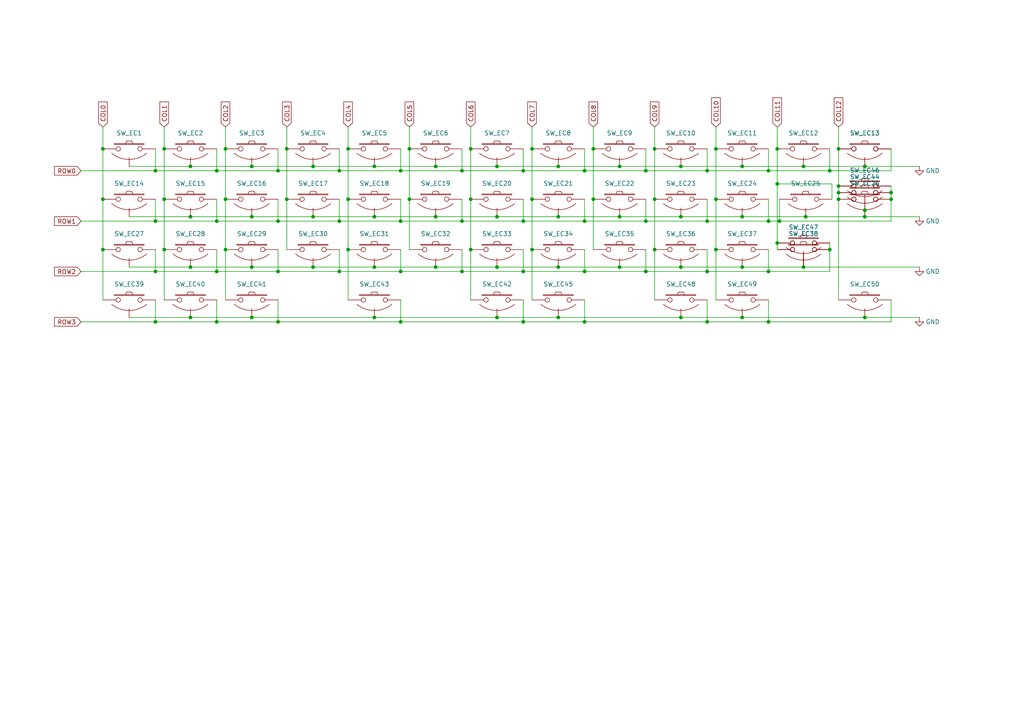
<source format=kicad_sch>
(kicad_sch (version 20230121) (generator eeschema)
  (paper "A4")
  (lib_symbols
    (symbol "cipulot_parts:EC_SW" (pin_numbers hide) (pin_names (offset 1.016) hide)
      (property "Reference" "SW" (at 3.81 2.794 0))
      (property "Value" "EC_SW" (at -3.81 3.81 0))
      (symbol "EC_SW_0_1"
        (arc (start -5.08 -1.27) (mid 0 -3.052) (end 5.08 -1.27))
        (rectangle (start -4.318 1.27) (end 4.318 1.524))
        (polyline (pts (xy -1.016 1.524) (xy -0.762 2.286) (xy 0.762 2.286) (xy 1.016 1.524)))
        (pin passive inverted (at -7.62 0 0) (length 5.08) (name "1") (number "1"))
        (pin passive inverted (at 7.62 0 180) (length 5.08) (name "2") (number "2"))
      )
      (symbol "EC_SW_1_1"
        (pin input line (at 0 -5.08 90) (length 2.54) (name "SG") (number "3"))
      )
    )
    (symbol "power:GND" (power) (pin_names (offset 0))
      (property "Value" "GND" (at 0 -3.81 0))
      (symbol "GND_0_1"
        (polyline (pts (xy 0 0) (xy 0 -1.27) (xy 1.27 -1.27) (xy 0 -2.54) (xy -1.27 -1.27) (xy 0 -1.27)))
      )
      (symbol "GND_1_1"
        (pin power_in line (at 0 0 270) (length 0) hide (name "GND") (number "1"))
      )
    )
  )
  (junction (at 179.705 62.865))
  (junction (at 136.525 57.785))
  (junction (at 222.885 78.74))
  (junction (at 179.705 77.47))
  (junction (at 80.645 49.53))
  (junction (at 55.245 92.075))
  (junction (at 187.325 78.74))
  (junction (at 62.865 78.74))
  (junction (at 73.025 62.865))
  (junction (at 197.485 77.47))
  (junction (at 98.425 78.74))
  (junction (at 45.085 49.53))
  (junction (at 151.765 93.345))
  (junction (at 233.68 62.865))
  (junction (at 126.365 77.47))
  (junction (at 80.645 93.345))
  (junction (at 73.025 77.47))
  (junction (at 133.985 78.74))
  (junction (at 243.205 55.88))
  (junction (at 100.965 57.785))
  (junction (at 205.105 49.53))
  (junction (at 116.205 78.74))
  (junction (at 29.845 43.18))
  (junction (at 65.405 43.18))
  (junction (at 29.845 57.785))
  (junction (at 100.965 43.18))
  (junction (at 126.365 62.865))
  (junction (at 73.025 48.26))
  (junction (at 108.585 92.075))
  (junction (at 62.865 93.345))
  (junction (at 154.305 57.785))
  (junction (at 45.085 93.345))
  (junction (at 118.745 57.785))
  (junction (at 116.205 49.53))
  (junction (at 116.205 93.345))
  (junction (at 187.325 64.135))
  (junction (at 233.045 48.26))
  (junction (at 144.145 48.26))
  (junction (at 136.525 43.18))
  (junction (at 161.925 62.865))
  (junction (at 151.765 78.74))
  (junction (at 197.485 92.075))
  (junction (at 225.425 53.34))
  (junction (at 172.085 57.785))
  (junction (at 100.965 72.39))
  (junction (at 83.185 57.785))
  (junction (at 136.525 72.39))
  (junction (at 154.305 72.39))
  (junction (at 118.745 43.18))
  (junction (at 62.865 49.53))
  (junction (at 65.405 72.39))
  (junction (at 83.185 43.18))
  (junction (at 215.265 92.075))
  (junction (at 207.645 72.39))
  (junction (at 108.585 62.865))
  (junction (at 179.705 48.26))
  (junction (at 161.925 48.26))
  (junction (at 90.805 48.26))
  (junction (at 205.105 93.345))
  (junction (at 250.825 92.075))
  (junction (at 133.985 49.53))
  (junction (at 222.885 49.53))
  (junction (at 169.545 78.74))
  (junction (at 154.305 43.18))
  (junction (at 144.145 62.865))
  (junction (at 243.205 57.785))
  (junction (at 258.445 55.88))
  (junction (at 250.825 48.26))
  (junction (at 80.645 78.74))
  (junction (at 151.765 64.135))
  (junction (at 47.625 57.785))
  (junction (at 133.985 64.135))
  (junction (at 225.425 70.485))
  (junction (at 169.545 49.53))
  (junction (at 243.205 53.975))
  (junction (at 215.265 77.47))
  (junction (at 169.545 64.135))
  (junction (at 233.045 77.47))
  (junction (at 90.805 77.47))
  (junction (at 205.105 78.74))
  (junction (at 207.645 43.18))
  (junction (at 108.585 77.47))
  (junction (at 47.625 43.18))
  (junction (at 45.085 64.135))
  (junction (at 258.445 57.785))
  (junction (at 62.865 64.135))
  (junction (at 151.765 49.53))
  (junction (at 161.925 77.47))
  (junction (at 144.145 92.075))
  (junction (at 189.865 72.39))
  (junction (at 207.645 57.785))
  (junction (at 47.625 72.39))
  (junction (at 144.145 77.47))
  (junction (at 55.245 48.26))
  (junction (at 116.205 64.135))
  (junction (at 126.365 48.26))
  (junction (at 90.805 62.865))
  (junction (at 65.405 57.785))
  (junction (at 55.245 77.47))
  (junction (at 197.485 62.865))
  (junction (at 73.025 92.075))
  (junction (at 205.105 64.135))
  (junction (at 222.885 93.345))
  (junction (at 187.325 49.53))
  (junction (at 215.265 48.26))
  (junction (at 45.085 78.74))
  (junction (at 250.825 62.865))
  (junction (at 55.245 62.865))
  (junction (at 172.085 43.18))
  (junction (at 98.425 49.53))
  (junction (at 222.885 64.135))
  (junction (at 161.925 92.075))
  (junction (at 215.265 62.865))
  (junction (at 189.865 57.785))
  (junction (at 226.06 64.135))
  (junction (at 98.425 64.135))
  (junction (at 243.205 43.18))
  (junction (at 225.425 43.18))
  (junction (at 240.665 72.39))
  (junction (at 80.645 64.135))
  (junction (at 197.485 48.26))
  (junction (at 169.545 93.345))
  (junction (at 240.665 49.53))
  (junction (at 189.865 43.18))
  (junction (at 108.585 48.26))
  (junction (at 29.845 72.39))
  (junction (at 250.825 60.96))
  (wire (pts (xy 83.185 72.39) (xy 83.185 57.785)))
  (wire (pts (xy 169.545 86.995) (xy 169.545 93.345)))
  (wire (pts (xy 222.885 86.995) (xy 222.885 93.345)))
  (wire (pts (xy 29.845 43.18) (xy 29.845 57.785)))
  (wire (pts (xy 154.305 36.83) (xy 154.305 43.18)))
  (wire (pts (xy 47.625 57.785) (xy 47.625 72.39)))
  (wire (pts (xy 98.425 43.18) (xy 98.425 49.53)))
  (wire (pts (xy 197.485 77.47) (xy 215.265 77.47)))
  (wire (pts (xy 108.585 77.47) (xy 126.365 77.47)))
  (wire (pts (xy 62.865 57.785) (xy 62.865 64.135)))
  (wire (pts (xy 243.205 53.975) (xy 243.205 55.88)))
  (wire (pts (xy 151.765 43.18) (xy 151.765 49.53)))
  (wire (pts (xy 240.665 72.39) (xy 240.665 78.74)))
  (wire (pts (xy 161.925 62.865) (xy 179.705 62.865)))
  (wire (pts (xy 151.765 57.785) (xy 151.765 64.135)))
  (wire (pts (xy 154.305 57.785) (xy 154.305 72.39)))
  (wire (pts (xy 258.445 55.88) (xy 258.445 57.785)))
  (wire (pts (xy 45.085 93.345) (xy 62.865 93.345)))
  (wire (pts (xy 62.865 64.135) (xy 80.645 64.135)))
  (wire (pts (xy 118.745 57.785) (xy 118.745 72.39)))
  (wire (pts (xy 100.965 43.18) (xy 100.965 57.785)))
  (wire (pts (xy 133.985 49.53) (xy 151.765 49.53)))
  (wire (pts (xy 29.845 72.39) (xy 29.845 86.995)))
  (wire (pts (xy 179.705 48.26) (xy 197.485 48.26)))
  (wire (pts (xy 205.105 93.345) (xy 222.885 93.345)))
  (wire (pts (xy 62.865 43.18) (xy 62.865 49.53)))
  (wire (pts (xy 83.185 43.18) (xy 83.185 57.785)))
  (wire (pts (xy 65.405 43.18) (xy 65.405 57.785)))
  (wire (pts (xy 225.425 70.485) (xy 225.425 72.39)))
  (wire (pts (xy 23.495 64.135) (xy 45.085 64.135)))
  (wire (pts (xy 126.365 62.865) (xy 144.145 62.865)))
  (wire (pts (xy 169.545 78.74) (xy 187.325 78.74)))
  (wire (pts (xy 100.965 36.83) (xy 100.965 43.18)))
  (wire (pts (xy 98.425 72.39) (xy 98.425 78.74)))
  (wire (pts (xy 80.645 93.345) (xy 116.205 93.345)))
  (wire (pts (xy 169.545 49.53) (xy 187.325 49.53)))
  (wire (pts (xy 80.645 64.135) (xy 98.425 64.135)))
  (wire (pts (xy 45.085 86.995) (xy 45.085 93.345)))
  (wire (pts (xy 151.765 78.74) (xy 169.545 78.74)))
  (wire (pts (xy 207.645 72.39) (xy 207.645 86.995)))
  (wire (pts (xy 205.105 64.135) (xy 222.885 64.135)))
  (wire (pts (xy 83.185 36.83) (xy 83.185 43.18)))
  (wire (pts (xy 62.865 93.345) (xy 80.645 93.345)))
  (wire (pts (xy 136.525 43.18) (xy 136.525 57.785)))
  (wire (pts (xy 187.325 64.135) (xy 205.105 64.135)))
  (wire (pts (xy 226.06 57.785) (xy 226.06 64.135)))
  (wire (pts (xy 133.985 64.135) (xy 151.765 64.135)))
  (wire (pts (xy 205.105 86.995) (xy 205.105 93.345)))
  (wire (pts (xy 23.495 49.53) (xy 45.085 49.53)))
  (wire (pts (xy 37.465 92.075) (xy 55.245 92.075)))
  (wire (pts (xy 73.025 77.47) (xy 90.805 77.47)))
  (wire (pts (xy 47.625 72.39) (xy 47.625 86.995)))
  (wire (pts (xy 187.325 78.74) (xy 205.105 78.74)))
  (wire (pts (xy 222.885 49.53) (xy 240.665 49.53)))
  (wire (pts (xy 116.205 78.74) (xy 133.985 78.74)))
  (wire (pts (xy 240.665 70.485) (xy 240.665 72.39)))
  (wire (pts (xy 258.445 86.995) (xy 258.445 93.345)))
  (wire (pts (xy 225.425 53.34) (xy 225.425 70.485)))
  (wire (pts (xy 161.925 92.075) (xy 197.485 92.075)))
  (wire (pts (xy 233.045 77.47) (xy 266.7 77.47)))
  (wire (pts (xy 222.885 64.135) (xy 226.06 64.135)))
  (wire (pts (xy 151.765 93.345) (xy 169.545 93.345)))
  (wire (pts (xy 45.085 78.74) (xy 62.865 78.74)))
  (wire (pts (xy 47.625 36.83) (xy 47.625 43.18)))
  (wire (pts (xy 80.645 57.785) (xy 80.645 64.135)))
  (wire (pts (xy 116.205 49.53) (xy 133.985 49.53)))
  (wire (pts (xy 144.145 77.47) (xy 161.925 77.47)))
  (wire (pts (xy 116.205 86.995) (xy 116.205 93.345)))
  (wire (pts (xy 187.325 57.785) (xy 187.325 64.135)))
  (wire (pts (xy 55.245 77.47) (xy 73.025 77.47)))
  (wire (pts (xy 169.545 43.18) (xy 169.545 49.53)))
  (wire (pts (xy 144.145 62.865) (xy 161.925 62.865)))
  (wire (pts (xy 98.425 78.74) (xy 116.205 78.74)))
  (wire (pts (xy 144.145 48.26) (xy 161.925 48.26)))
  (wire (pts (xy 55.245 92.075) (xy 73.025 92.075)))
  (wire (pts (xy 225.425 43.18) (xy 225.425 53.34)))
  (wire (pts (xy 169.545 72.39) (xy 169.545 78.74)))
  (wire (pts (xy 98.425 49.53) (xy 116.205 49.53)))
  (wire (pts (xy 233.68 62.865) (xy 250.825 62.865)))
  (wire (pts (xy 205.105 78.74) (xy 222.885 78.74)))
  (wire (pts (xy 47.625 43.18) (xy 47.625 57.785)))
  (wire (pts (xy 55.245 48.26) (xy 73.025 48.26)))
  (wire (pts (xy 23.495 78.74) (xy 45.085 78.74)))
  (wire (pts (xy 225.425 36.83) (xy 225.425 43.18)))
  (wire (pts (xy 90.805 62.865) (xy 108.585 62.865)))
  (wire (pts (xy 73.025 92.075) (xy 108.585 92.075)))
  (wire (pts (xy 108.585 48.26) (xy 126.365 48.26)))
  (wire (pts (xy 189.865 43.18) (xy 189.865 57.785)))
  (wire (pts (xy 222.885 43.18) (xy 222.885 49.53)))
  (wire (pts (xy 187.325 43.18) (xy 187.325 49.53)))
  (wire (pts (xy 205.105 43.18) (xy 205.105 49.53)))
  (wire (pts (xy 90.805 48.26) (xy 108.585 48.26)))
  (wire (pts (xy 207.645 43.18) (xy 207.645 57.785)))
  (wire (pts (xy 45.085 49.53) (xy 62.865 49.53)))
  (wire (pts (xy 207.645 57.785) (xy 207.645 72.39)))
  (wire (pts (xy 136.525 72.39) (xy 136.525 86.995)))
  (wire (pts (xy 222.885 78.74) (xy 240.665 78.74)))
  (wire (pts (xy 222.885 72.39) (xy 222.885 78.74)))
  (wire (pts (xy 116.205 93.345) (xy 151.765 93.345)))
  (wire (pts (xy 215.265 62.865) (xy 233.68 62.865)))
  (wire (pts (xy 243.205 43.18) (xy 243.205 53.975)))
  (wire (pts (xy 154.305 72.39) (xy 154.305 86.995)))
  (wire (pts (xy 116.205 64.135) (xy 133.985 64.135)))
  (wire (pts (xy 172.085 57.785) (xy 172.085 72.39)))
  (wire (pts (xy 100.965 57.785) (xy 100.965 72.39)))
  (wire (pts (xy 225.425 53.34) (xy 241.3 53.34)))
  (wire (pts (xy 151.765 72.39) (xy 151.765 78.74)))
  (wire (pts (xy 240.665 43.18) (xy 240.665 49.53)))
  (wire (pts (xy 118.745 36.83) (xy 118.745 43.18)))
  (wire (pts (xy 116.205 57.785) (xy 116.205 64.135)))
  (wire (pts (xy 108.585 92.075) (xy 144.145 92.075)))
  (wire (pts (xy 207.645 36.83) (xy 207.645 43.18)))
  (wire (pts (xy 187.325 49.53) (xy 205.105 49.53)))
  (wire (pts (xy 222.885 57.785) (xy 222.885 64.135)))
  (wire (pts (xy 240.665 49.53) (xy 258.445 49.53)))
  (wire (pts (xy 45.085 64.135) (xy 62.865 64.135)))
  (wire (pts (xy 73.025 48.26) (xy 90.805 48.26)))
  (wire (pts (xy 45.085 72.39) (xy 45.085 78.74)))
  (wire (pts (xy 258.445 43.18) (xy 258.445 49.53)))
  (wire (pts (xy 62.865 72.39) (xy 62.865 78.74)))
  (wire (pts (xy 144.145 92.075) (xy 161.925 92.075)))
  (wire (pts (xy 250.825 60.96) (xy 250.825 62.865)))
  (wire (pts (xy 197.485 62.865) (xy 215.265 62.865)))
  (wire (pts (xy 62.865 49.53) (xy 80.645 49.53)))
  (wire (pts (xy 169.545 64.135) (xy 187.325 64.135)))
  (wire (pts (xy 189.865 57.785) (xy 189.865 72.39)))
  (wire (pts (xy 133.985 57.785) (xy 133.985 64.135)))
  (wire (pts (xy 233.045 75.565) (xy 233.045 77.47)))
  (wire (pts (xy 243.205 36.83) (xy 243.205 43.18)))
  (wire (pts (xy 233.045 48.26) (xy 250.825 48.26)))
  (wire (pts (xy 62.865 78.74) (xy 80.645 78.74)))
  (wire (pts (xy 136.525 57.785) (xy 136.525 72.39)))
  (wire (pts (xy 205.105 72.39) (xy 205.105 78.74)))
  (wire (pts (xy 243.205 55.88) (xy 243.205 57.785)))
  (wire (pts (xy 116.205 43.18) (xy 116.205 49.53)))
  (wire (pts (xy 189.865 36.83) (xy 189.865 43.18)))
  (wire (pts (xy 250.825 62.865) (xy 266.7 62.865)))
  (wire (pts (xy 187.325 72.39) (xy 187.325 78.74)))
  (wire (pts (xy 241.3 53.34) (xy 241.3 57.785)))
  (wire (pts (xy 65.405 72.39) (xy 65.405 86.995)))
  (wire (pts (xy 29.845 57.785) (xy 29.845 72.39)))
  (wire (pts (xy 65.405 57.785) (xy 65.405 72.39)))
  (wire (pts (xy 65.405 36.83) (xy 65.405 43.18)))
  (wire (pts (xy 250.825 48.26) (xy 266.7 48.26)))
  (wire (pts (xy 258.445 53.975) (xy 258.445 55.88)))
  (wire (pts (xy 222.885 93.345) (xy 258.445 93.345)))
  (wire (pts (xy 169.545 93.345) (xy 205.105 93.345)))
  (wire (pts (xy 45.085 43.18) (xy 45.085 49.53)))
  (wire (pts (xy 197.485 92.075) (xy 215.265 92.075)))
  (wire (pts (xy 169.545 57.785) (xy 169.545 64.135)))
  (wire (pts (xy 80.645 86.995) (xy 80.645 93.345)))
  (wire (pts (xy 37.465 77.47) (xy 55.245 77.47)))
  (wire (pts (xy 98.425 64.135) (xy 116.205 64.135)))
  (wire (pts (xy 189.865 72.39) (xy 189.865 86.995)))
  (wire (pts (xy 90.805 77.47) (xy 108.585 77.47)))
  (wire (pts (xy 126.365 77.47) (xy 144.145 77.47)))
  (wire (pts (xy 179.705 62.865) (xy 197.485 62.865)))
  (wire (pts (xy 133.985 43.18) (xy 133.985 49.53)))
  (wire (pts (xy 215.265 77.47) (xy 233.045 77.47)))
  (wire (pts (xy 250.825 92.075) (xy 266.7 92.075)))
  (wire (pts (xy 215.265 92.075) (xy 250.825 92.075)))
  (wire (pts (xy 108.585 62.865) (xy 126.365 62.865)))
  (wire (pts (xy 62.865 86.995) (xy 62.865 93.345)))
  (wire (pts (xy 215.265 48.26) (xy 233.045 48.26)))
  (wire (pts (xy 161.925 77.47) (xy 179.705 77.47)))
  (wire (pts (xy 80.645 43.18) (xy 80.645 49.53)))
  (wire (pts (xy 80.645 49.53) (xy 98.425 49.53)))
  (wire (pts (xy 98.425 57.785) (xy 98.425 64.135)))
  (wire (pts (xy 23.495 93.345) (xy 45.085 93.345)))
  (wire (pts (xy 55.245 62.865) (xy 73.025 62.865)))
  (wire (pts (xy 226.06 64.135) (xy 258.445 64.135)))
  (wire (pts (xy 100.965 72.39) (xy 100.965 86.995)))
  (wire (pts (xy 118.745 43.18) (xy 118.745 57.785)))
  (wire (pts (xy 258.445 57.785) (xy 258.445 64.135)))
  (wire (pts (xy 73.025 62.865) (xy 90.805 62.865)))
  (wire (pts (xy 243.205 57.785) (xy 243.205 86.995)))
  (wire (pts (xy 197.485 48.26) (xy 215.265 48.26)))
  (wire (pts (xy 116.205 72.39) (xy 116.205 78.74)))
  (wire (pts (xy 161.925 48.26) (xy 179.705 48.26)))
  (wire (pts (xy 126.365 48.26) (xy 144.145 48.26)))
  (wire (pts (xy 133.985 72.39) (xy 133.985 78.74)))
  (wire (pts (xy 45.085 57.785) (xy 45.085 64.135)))
  (wire (pts (xy 151.765 49.53) (xy 169.545 49.53)))
  (wire (pts (xy 205.105 57.785) (xy 205.105 64.135)))
  (wire (pts (xy 205.105 49.53) (xy 222.885 49.53)))
  (wire (pts (xy 37.465 62.865) (xy 55.245 62.865)))
  (wire (pts (xy 136.525 36.83) (xy 136.525 43.18)))
  (wire (pts (xy 172.085 36.83) (xy 172.085 43.18)))
  (wire (pts (xy 250.825 59.055) (xy 250.825 60.96)))
  (wire (pts (xy 154.305 43.18) (xy 154.305 57.785)))
  (wire (pts (xy 133.985 78.74) (xy 151.765 78.74)))
  (wire (pts (xy 172.085 43.18) (xy 172.085 57.785)))
  (wire (pts (xy 80.645 72.39) (xy 80.645 78.74)))
  (wire (pts (xy 179.705 77.47) (xy 197.485 77.47)))
  (wire (pts (xy 151.765 64.135) (xy 169.545 64.135)))
  (wire (pts (xy 80.645 78.74) (xy 98.425 78.74)))
  (wire (pts (xy 151.765 86.995) (xy 151.765 93.345)))
  (wire (pts (xy 29.845 36.83) (xy 29.845 43.18)))
  (wire (pts (xy 37.465 48.26) (xy 55.245 48.26)))
  (global_label "COL11" (shape input) (at 225.425 36.83 90) (property "Intersheetrefs" "${INTERSHEET_REFS}" (effects hide)))
  (global_label "COL4" (shape input) (at 100.965 36.83 90) (property "Intersheetrefs" "${INTERSHEET_REFS}" (effects hide)))
  (global_label "ROW3" (shape input) (at 23.495 93.345 180) (property "Intersheetrefs" "${INTERSHEET_REFS}" (effects hide)))
  (global_label "ROW2" (shape input) (at 23.495 78.74 180) (property "Intersheetrefs" "${INTERSHEET_REFS}" (effects hide)))
  (global_label "COL10" (shape input) (at 207.645 36.83 90) (property "Intersheetrefs" "${INTERSHEET_REFS}" (effects hide)))
  (global_label "COL2" (shape input) (at 65.405 36.83 90) (property "Intersheetrefs" "${INTERSHEET_REFS}" (effects hide)))
  (global_label "COL7" (shape input) (at 154.305 36.83 90) (property "Intersheetrefs" "${INTERSHEET_REFS}" (effects hide)))
  (global_label "COL3" (shape input) (at 83.185 36.83 90) (property "Intersheetrefs" "${INTERSHEET_REFS}" (effects hide)))
  (global_label "COL6" (shape input) (at 136.525 36.83 90) (property "Intersheetrefs" "${INTERSHEET_REFS}" (effects hide)))
  (global_label "COL9" (shape input) (at 189.865 36.83 90) (property "Intersheetrefs" "${INTERSHEET_REFS}" (effects hide)))
  (global_label "COL5" (shape input) (at 118.745 36.83 90) (property "Intersheetrefs" "${INTERSHEET_REFS}" (effects hide)))
  (global_label "ROW1" (shape input) (at 23.495 64.135 180) (property "Intersheetrefs" "${INTERSHEET_REFS}" (effects hide)))
  (global_label "COL8" (shape input) (at 172.085 36.83 90) (property "Intersheetrefs" "${INTERSHEET_REFS}" (effects hide)))
  (global_label "ROW0" (shape input) (at 23.495 49.53 180) (property "Intersheetrefs" "${INTERSHEET_REFS}" (effects hide)))
  (global_label "COL0" (shape input) (at 29.845 36.83 90) (property "Intersheetrefs" "${INTERSHEET_REFS}" (effects hide)))
  (global_label "COL12" (shape input) (at 243.205 36.83 90) (property "Intersheetrefs" "${INTERSHEET_REFS}" (effects hide)))
  (global_label "COL1" (shape input) (at 47.625 36.83 90) (property "Intersheetrefs" "${INTERSHEET_REFS}" (effects hide)))
  (symbol (lib_id "cipulot_parts:EC_SW") (at 73.025 86.995 0) (unit 1)
    (property "Reference" "SW_EC41" (at 73.025 82.423 0))
    (property "Value" "Topre" (effects hide))
    (property "Footprint" "cipulot_parts:ecs_pad_1U_no_ring" (effects hide))
    (instances (project "ampersand" (path "" (reference "SW_EC41") (unit 1))) (project "forti EC" (path "" (reference "SW_EC3") (unit 1))))
  )
  (symbol (lib_id "power:GND") (at 266.7 62.865 0) (unit 1)
    (property "Reference" "#PWR02" (effects hide))
    (property "Value" "GND" (at 270.51 64.135 0))
    (instances (project "ampersand" (path "" (reference "#PWR02") (unit 1))) (project "forti EC" (path "" (reference "#PWR014") (unit 1))))
  )
  (symbol (lib_id "cipulot_parts:EC_SW") (at 90.805 57.785 0) (unit 1)
    (property "Reference" "SW_EC17" (at 90.805 53.213 0))
    (property "Value" "Topre" (effects hide))
    (property "Footprint" "cipulot_parts:ecs_pad_1U_no_ring" (effects hide))
    (instances (project "ampersand" (path "" (reference "SW_EC17") (unit 1))) (project "forti EC" (path "" (reference "SW_EC4") (unit 1))))
  )
  (symbol (lib_id "cipulot_parts:EC_SW") (at 126.365 57.785 0) (unit 1)
    (property "Reference" "SW_EC19" (at 126.365 53.213 0))
    (property "Value" "Topre" (effects hide))
    (property "Footprint" "cipulot_parts:ecs_pad_1U_no_ring" (effects hide))
    (instances (project "ampersand" (path "" (reference "SW_EC19") (unit 1))) (project "forti EC" (path "" (reference "SW_EC6") (unit 1))))
  )
  (symbol (lib_id "cipulot_parts:EC_SW") (at 215.265 86.995 0) (unit 1)
    (property "Reference" "SW_EC49" (at 215.265 82.423 0))
    (property "Value" "Topre" (effects hide))
    (property "Footprint" "cipulot_parts:ecs_pad_no_ring_stepped&normal_cut" (effects hide))
    (instances (project "ampersand" (path "" (reference "SW_EC49") (unit 1))) (project "forti EC" (path "" (reference "SW_EC11") (unit 1))))
  )
  (symbol (lib_id "cipulot_parts:EC_SW") (at 250.825 55.88 0) (unit 1)
    (property "Reference" "SW_EC44" (at 250.825 51.308 0))
    (property "Value" "Topre" (effects hide))
    (property "Footprint" "cipulot_parts:ecs_pad_1U_no_ring" (effects hide))
    (instances (project "ampersand" (path "" (reference "SW_EC44") (unit 1))) (project "forti EC" (path "" (reference "SW_EC12") (unit 1))))
  )
  (symbol (lib_id "cipulot_parts:EC_SW") (at 215.265 72.39 0) (unit 1)
    (property "Reference" "SW_EC37" (at 215.265 67.818 0))
    (property "Value" "Topre" (effects hide))
    (property "Footprint" "cipulot_parts:ecs_pad_1U_no_ring" (effects hide))
    (instances (project "ampersand" (path "" (reference "SW_EC37") (unit 1))) (project "forti EC" (path "" (reference "SW_EC11") (unit 1))))
  )
  (symbol (lib_id "cipulot_parts:EC_SW") (at 161.925 86.995 0) (unit 1)
    (property "Reference" "SW_EC45" (at 161.925 82.423 0))
    (property "Value" "Topre" (effects hide))
    (property "Footprint" "cipulot_parts:ecs_pad_1U_no_ring" (effects hide))
    (instances (project "ampersand" (path "" (reference "SW_EC45") (unit 1))) (project "forti EC" (path "" (reference "SW_EC7") (unit 1))))
  )
  (symbol (lib_id "cipulot_parts:EC_SW") (at 197.485 72.39 0) (unit 1)
    (property "Reference" "SW_EC36" (at 197.485 67.818 0))
    (property "Value" "Topre" (effects hide))
    (property "Footprint" "cipulot_parts:ecs_pad_1U_no_ring" (effects hide))
    (instances (project "ampersand" (path "" (reference "SW_EC36") (unit 1))) (project "forti EC" (path "" (reference "SW_EC10") (unit 1))))
  )
  (symbol (lib_id "cipulot_parts:EC_SW") (at 233.68 57.785 0) (unit 1)
    (property "Reference" "SW_EC25" (at 233.68 53.213 0))
    (property "Value" "Topre" (effects hide))
    (property "Footprint" "cipulot_parts:ecs_pad_1U_no_ring_1u_edge_cut" (effects hide))
    (instances (project "ampersand" (path "" (reference "SW_EC25") (unit 1))) (project "forti EC" (path "" (reference "SW_EC12") (unit 1))))
  )
  (symbol (lib_id "cipulot_parts:EC_SW") (at 126.365 43.18 0) (unit 1)
    (property "Reference" "SW_EC6" (at 126.365 38.608 0))
    (property "Value" "Topre" (effects hide))
    (property "Footprint" "cipulot_parts:ecs_pad_1U_no_ring" (effects hide))
  )
  (symbol (lib_id "cipulot_parts:EC_SW") (at 108.585 72.39 0) (unit 1)
    (property "Reference" "SW_EC31" (at 108.585 67.818 0))
    (property "Value" "Topre" (effects hide))
    (property "Footprint" "cipulot_parts:ecs_pad_1U_no_ring" (effects hide))
    (instances (project "ampersand" (path "" (reference "SW_EC31") (unit 1))) (project "forti EC" (path "" (reference "SW_EC5") (unit 1))))
  )
  (symbol (lib_id "cipulot_parts:EC_SW") (at 197.485 43.18 0) (unit 1)
    (property "Reference" "SW_EC10" (at 197.485 38.608 0))
    (property "Value" "Topre" (effects hide))
    (property "Footprint" "cipulot_parts:ecs_pad_1U_no_ring" (effects hide))
  )
  (symbol (lib_id "cipulot_parts:EC_SW") (at 144.145 72.39 0) (unit 1)
    (property "Reference" "SW_EC33" (at 144.145 67.818 0))
    (property "Value" "Topre" (effects hide))
    (property "Footprint" "cipulot_parts:ecs_pad_1U_no_ring" (effects hide))
    (instances (project "ampersand" (path "" (reference "SW_EC33") (unit 1))) (project "forti EC" (path "" (reference "SW_EC7") (unit 1))))
  )
  (symbol (lib_id "cipulot_parts:EC_SW") (at 233.045 43.18 0) (unit 1)
    (property "Reference" "SW_EC12" (at 233.045 38.608 0))
    (property "Value" "Topre" (effects hide))
    (property "Footprint" "cipulot_parts:ecs_pad_1U_no_ring" (effects hide))
  )
  (symbol (lib_id "cipulot_parts:EC_SW") (at 144.145 57.785 0) (unit 1)
    (property "Reference" "SW_EC20" (at 144.145 53.213 0))
    (property "Value" "Topre" (effects hide))
    (property "Footprint" "cipulot_parts:ecs_pad_1U_no_ring" (effects hide))
    (instances (project "ampersand" (path "" (reference "SW_EC20") (unit 1))) (project "forti EC" (path "" (reference "SW_EC7") (unit 1))))
  )
  (symbol (lib_id "cipulot_parts:EC_SW") (at 179.705 43.18 0) (unit 1)
    (property "Reference" "SW_EC9" (at 179.705 38.608 0))
    (property "Value" "Topre" (effects hide))
    (property "Footprint" "cipulot_parts:ecs_pad_1U_no_ring" (effects hide))
  )
  (symbol (lib_id "cipulot_parts:EC_SW") (at 233.045 70.485 0) (unit 1)
    (property "Reference" "SW_EC47" (at 233.045 65.913 0))
    (property "Value" "Topre" (effects hide))
    (property "Footprint" "cipulot_parts:ecs_pad_1U_no_ring" (effects hide))
    (instances (project "ampersand" (path "" (reference "SW_EC47") (unit 1))) (project "forti EC" (path "" (reference "SW_EC12") (unit 1))))
  )
  (symbol (lib_id "cipulot_parts:EC_SW") (at 55.245 86.995 0) (unit 1)
    (property "Reference" "SW_EC40" (at 55.245 82.423 0))
    (property "Value" "Topre" (effects hide))
    (property "Footprint" "cipulot_parts:ecs_pad_no_ring_stepped&normal_cut" (effects hide))
    (instances (project "ampersand" (path "" (reference "SW_EC40") (unit 1))) (project "forti EC" (path "" (reference "SW_EC2") (unit 1))))
  )
  (symbol (lib_id "cipulot_parts:EC_SW") (at 37.465 86.995 0) (unit 1)
    (property "Reference" "SW_EC39" (at 37.465 82.423 0))
    (property "Value" "Topre" (effects hide))
    (property "Footprint" "cipulot_parts:ecs_pad_1U_no_ring" (effects hide))
    (instances (project "ampersand" (path "" (reference "SW_EC39") (unit 1))) (project "forti EC" (path "" (reference "SW_EC1") (unit 1))))
  )
  (symbol (lib_id "cipulot_parts:EC_SW") (at 108.585 43.18 0) (unit 1)
    (property "Reference" "SW_EC5" (at 108.585 38.608 0))
    (property "Value" "Topre" (effects hide))
    (property "Footprint" "cipulot_parts:ecs_pad_1U_no_ring" (effects hide))
  )
  (symbol (lib_id "cipulot_parts:EC_SW") (at 250.825 86.995 0) (unit 1)
    (property "Reference" "SW_EC50" (at 250.825 82.423 0))
    (property "Value" "Topre" (effects hide))
    (property "Footprint" "cipulot_parts:ecs_pad_1U_no_ring" (effects hide))
    (instances (project "ampersand" (path "" (reference "SW_EC50") (unit 1))) (project "forti EC" (path "" (reference "SW_EC12") (unit 1))))
  )
  (symbol (lib_id "cipulot_parts:EC_SW") (at 55.245 57.785 0) (unit 1)
    (property "Reference" "SW_EC15" (at 55.245 53.213 0))
    (property "Value" "Topre" (effects hide))
    (property "Footprint" "cipulot_parts:ecs_pad_1U_no_ring" (effects hide))
    (instances (project "ampersand" (path "" (reference "SW_EC15") (unit 1))) (project "forti EC" (path "" (reference "SW_EC2") (unit 1))))
  )
  (symbol (lib_id "cipulot_parts:EC_SW") (at 108.585 86.995 0) (unit 1)
    (property "Reference" "SW_EC43" (at 108.585 82.423 0))
    (property "Value" "Topre" (effects hide))
    (property "Footprint" "cipulot_parts:ecs_pad_1U_no_ring" (effects hide))
    (instances (project "ampersand" (path "" (reference "SW_EC43") (unit 1))) (project "forti EC" (path "" (reference "SW_EC5") (unit 1))))
  )
  (symbol (lib_id "cipulot_parts:EC_SW") (at 73.025 72.39 0) (unit 1)
    (property "Reference" "SW_EC29" (at 73.025 67.818 0))
    (property "Value" "Topre" (effects hide))
    (property "Footprint" "cipulot_parts:ecs_pad_1U_no_ring" (effects hide))
    (instances (project "ampersand" (path "" (reference "SW_EC29") (unit 1))) (project "forti EC" (path "" (reference "SW_EC3") (unit 1))))
  )
  (symbol (lib_id "cipulot_parts:EC_SW") (at 90.805 72.39 0) (unit 1)
    (property "Reference" "SW_EC30" (at 90.805 67.818 0))
    (property "Value" "Topre" (effects hide))
    (property "Footprint" "cipulot_parts:ecs_pad_1U_no_ring" (effects hide))
    (instances (project "ampersand" (path "" (reference "SW_EC30") (unit 1))) (project "forti EC" (path "" (reference "SW_EC4") (unit 1))))
  )
  (symbol (lib_id "cipulot_parts:EC_SW") (at 108.585 57.785 0) (unit 1)
    (property "Reference" "SW_EC18" (at 108.585 53.213 0))
    (property "Value" "Topre" (effects hide))
    (property "Footprint" "cipulot_parts:ecs_pad_1U_no_ring" (effects hide))
    (instances (project "ampersand" (path "" (reference "SW_EC18") (unit 1))) (project "forti EC" (path "" (reference "SW_EC5") (unit 1))))
  )
  (symbol (lib_id "cipulot_parts:EC_SW") (at 55.245 43.18 0) (unit 1)
    (property "Reference" "SW_EC2" (at 55.245 38.608 0))
    (property "Value" "Topre" (effects hide))
    (property "Footprint" "cipulot_parts:ecs_pad_1U_no_ring" (effects hide))
  )
  (symbol (lib_id "cipulot_parts:EC_SW") (at 197.485 57.785 0) (unit 1)
    (property "Reference" "SW_EC23" (at 197.485 53.213 0))
    (property "Value" "Topre" (effects hide))
    (property "Footprint" "cipulot_parts:ecs_pad_1U_no_ring" (effects hide))
    (instances (project "ampersand" (path "" (reference "SW_EC23") (unit 1))) (project "forti EC" (path "" (reference "SW_EC10") (unit 1))))
  )
  (symbol (lib_id "cipulot_parts:EC_SW") (at 73.025 43.18 0) (unit 1)
    (property "Reference" "SW_EC3" (at 73.025 38.608 0))
    (property "Value" "Topre" (effects hide))
    (property "Footprint" "cipulot_parts:ecs_pad_1U_no_ring" (effects hide))
  )
  (symbol (lib_id "cipulot_parts:EC_SW") (at 179.705 57.785 0) (unit 1)
    (property "Reference" "SW_EC22" (at 179.705 53.213 0))
    (property "Value" "Topre" (effects hide))
    (property "Footprint" "cipulot_parts:ecs_pad_1U_no_ring" (effects hide))
    (instances (project "ampersand" (path "" (reference "SW_EC22") (unit 1))) (project "forti EC" (path "" (reference "SW_EC9") (unit 1))))
  )
  (symbol (lib_id "cipulot_parts:EC_SW") (at 233.045 72.39 0) (unit 1)
    (property "Reference" "SW_EC38" (at 233.045 67.818 0))
    (property "Value" "Topre" (effects hide))
    (property "Footprint" "cipulot_parts:ecs_pad_1U_no_ring" (effects hide))
    (instances (project "ampersand" (path "" (reference "SW_EC38") (unit 1))) (project "forti EC" (path "" (reference "SW_EC12") (unit 1))))
  )
  (symbol (lib_id "cipulot_parts:EC_SW") (at 55.245 72.39 0) (unit 1)
    (property "Reference" "SW_EC28" (at 55.245 67.818 0))
    (property "Value" "Topre" (effects hide))
    (property "Footprint" "cipulot_parts:ecs_pad_1U_no_ring" (effects hide))
    (instances (project "ampersand" (path "" (reference "SW_EC28") (unit 1))) (project "forti EC" (path "" (reference "SW_EC2") (unit 1))))
  )
  (symbol (lib_id "power:GND") (at 266.7 48.26 0) (unit 1)
    (property "Reference" "#PWR01" (effects hide))
    (property "Value" "GND" (at 270.51 49.53 0))
    (instances (project "ampersand" (path "" (reference "#PWR01") (unit 1))) (project "forti EC" (path "" (reference "#PWR014") (unit 1))))
  )
  (symbol (lib_id "cipulot_parts:EC_SW") (at 37.465 57.785 0) (unit 1)
    (property "Reference" "SW_EC14" (at 37.465 53.213 0))
    (property "Value" "Topre" (effects hide))
    (property "Footprint" "cipulot_parts:ecs_pad_1U_no_ring" (effects hide))
    (instances (project "ampersand" (path "" (reference "SW_EC14") (unit 1))) (project "forti EC" (path "" (reference "SW_EC1") (unit 1))))
  )
  (symbol (lib_id "cipulot_parts:EC_SW") (at 161.925 43.18 0) (unit 1)
    (property "Reference" "SW_EC8" (at 161.925 38.608 0))
    (property "Value" "Topre" (effects hide))
    (property "Footprint" "cipulot_parts:ecs_pad_1U_no_ring" (effects hide))
  )
  (symbol (lib_id "cipulot_parts:EC_SW") (at 197.485 86.995 0) (unit 1)
    (property "Reference" "SW_EC48" (at 197.485 82.423 0))
    (property "Value" "Topre" (effects hide))
    (property "Footprint" "cipulot_parts:ecs_pad_1U_no_ring" (effects hide))
    (instances (project "ampersand" (path "" (reference "SW_EC48") (unit 1))) (project "forti EC" (path "" (reference "SW_EC10") (unit 1))))
  )
  (symbol (lib_id "cipulot_parts:EC_SW") (at 179.705 72.39 0) (unit 1)
    (property "Reference" "SW_EC35" (at 179.705 67.818 0))
    (property "Value" "Topre" (effects hide))
    (property "Footprint" "cipulot_parts:ecs_pad_1U_no_ring" (effects hide))
    (instances (project "ampersand" (path "" (reference "SW_EC35") (unit 1))) (project "forti EC" (path "" (reference "SW_EC9") (unit 1))))
  )
  (symbol (lib_id "cipulot_parts:EC_SW") (at 250.825 43.18 0) (unit 1)
    (property "Reference" "SW_EC13" (at 250.825 38.608 0))
    (property "Value" "Topre" (effects hide))
    (property "Footprint" "cipulot_parts:ecs_pad_1U_no_ring" (effects hide))
    (instances (project "ampersand" (path "" (reference "SW_EC13") (unit 1))) (project "forti EC" (path "" (reference "SW_EC12") (unit 1))))
  )
  (symbol (lib_id "cipulot_parts:EC_SW") (at 144.145 43.18 0) (unit 1)
    (property "Reference" "SW_EC7" (at 144.145 38.608 0))
    (property "Value" "Topre" (effects hide))
    (property "Footprint" "cipulot_parts:ecs_pad_1U_no_ring" (effects hide))
  )
  (symbol (lib_id "cipulot_parts:EC_SW") (at 144.145 86.995 0) (unit 1)
    (property "Reference" "SW_EC42" (at 144.145 82.423 0))
    (property "Value" "Topre" (effects hide))
    (property "Footprint" "cipulot_parts:ecs_pad_1U_no_ring" (effects hide))
    (instances (project "ampersand" (path "" (reference "SW_EC42") (unit 1))) (project "forti EC" (path "" (reference "SW_EC6") (unit 1))))
  )
  (symbol (lib_id "cipulot_parts:EC_SW") (at 161.925 57.785 0) (unit 1)
    (property "Reference" "SW_EC21" (at 161.925 53.213 0))
    (property "Value" "Topre" (effects hide))
    (property "Footprint" "cipulot_parts:ecs_pad_1U_no_ring" (effects hide))
    (instances (project "ampersand" (path "" (reference "SW_EC21") (unit 1))) (project "forti EC" (path "" (reference "SW_EC8") (unit 1))))
  )
  (symbol (lib_id "cipulot_parts:EC_SW") (at 126.365 72.39 0) (unit 1)
    (property "Reference" "SW_EC32" (at 126.365 67.818 0))
    (property "Value" "Topre" (effects hide))
    (property "Footprint" "cipulot_parts:ecs_pad_1U_no_ring" (effects hide))
    (instances (project "ampersand" (path "" (reference "SW_EC32") (unit 1))) (project "forti EC" (path "" (reference "SW_EC6") (unit 1))))
  )
  (symbol (lib_id "cipulot_parts:EC_SW") (at 250.825 53.975 0) (unit 1)
    (property "Reference" "SW_EC46" (at 250.825 49.403 0))
    (property "Value" "Topre" (effects hide))
    (property "Footprint" "cipulot_parts:ecs_pad_1U_no_ring_1u_edge_cut" (effects hide))
    (instances (project "ampersand" (path "" (reference "SW_EC46") (unit 1))) (project "forti EC" (path "" (reference "SW_EC12") (unit 1))))
  )
  (symbol (lib_id "power:GND") (at 266.7 77.47 0) (unit 1)
    (property "Reference" "#PWR03" (effects hide))
    (property "Value" "GND" (at 270.51 78.74 0))
    (instances (project "ampersand" (path "" (reference "#PWR03") (unit 1))) (project "forti EC" (path "" (reference "#PWR014") (unit 1))))
  )
  (symbol (lib_id "cipulot_parts:EC_SW") (at 37.465 43.18 0) (unit 1)
    (property "Reference" "SW_EC1" (at 37.465 38.608 0))
    (property "Value" "Topre" (effects hide))
    (property "Footprint" "cipulot_parts:ecs_pad_1U_no_ring" (effects hide))
  )
  (symbol (lib_id "power:GND") (at 266.7 92.075 0) (unit 1)
    (property "Reference" "#PWR04" (effects hide))
    (property "Value" "GND" (at 270.51 93.345 0))
    (instances (project "ampersand" (path "" (reference "#PWR04") (unit 1))) (project "forti EC" (path "" (reference "#PWR014") (unit 1))))
  )
  (symbol (lib_id "cipulot_parts:EC_SW") (at 215.265 43.18 0) (unit 1)
    (property "Reference" "SW_EC11" (at 215.265 38.608 0))
    (property "Value" "Topre" (effects hide))
    (property "Footprint" "cipulot_parts:ecs_pad_1U_no_ring" (effects hide))
  )
  (symbol (lib_id "cipulot_parts:EC_SW") (at 161.925 72.39 0) (unit 1)
    (property "Reference" "SW_EC34" (at 161.925 67.818 0))
    (property "Value" "Topre" (effects hide))
    (property "Footprint" "cipulot_parts:ecs_pad_1U_no_ring" (effects hide))
    (instances (project "ampersand" (path "" (reference "SW_EC34") (unit 1))) (project "forti EC" (path "" (reference "SW_EC8") (unit 1))))
  )
  (symbol (lib_id "cipulot_parts:EC_SW") (at 37.465 72.39 0) (unit 1)
    (property "Reference" "SW_EC27" (at 37.465 67.818 0))
    (property "Value" "Topre" (effects hide))
    (property "Footprint" "cipulot_parts:ecs_pad_1U_no_ring" (effects hide))
    (instances (project "ampersand" (path "" (reference "SW_EC27") (unit 1))) (project "forti EC" (path "" (reference "SW_EC1") (unit 1))))
  )
  (symbol (lib_id "cipulot_parts:EC_SW") (at 250.825 57.785 0) (unit 1)
    (property "Reference" "SW_EC26" (at 250.825 53.213 0))
    (property "Value" "Topre" (effects hide))
    (property "Footprint" "cipulot_parts:ecs_pad_1U_no_ring" (effects hide))
    (instances (project "ampersand" (path "" (reference "SW_EC26") (unit 1))) (project "forti EC" (path "" (reference "SW_EC12") (unit 1))))
  )
  (symbol (lib_id "cipulot_parts:EC_SW") (at 73.025 57.785 0) (unit 1)
    (property "Reference" "SW_EC16" (at 73.025 53.213 0))
    (property "Value" "Topre" (effects hide))
    (property "Footprint" "cipulot_parts:ecs_pad_1U_no_ring" (effects hide))
    (instances (project "ampersand" (path "" (reference "SW_EC16") (unit 1))) (project "forti EC" (path "" (reference "SW_EC3") (unit 1))))
  )
  (symbol (lib_id "cipulot_parts:EC_SW") (at 90.805 43.18 0) (unit 1)
    (property "Reference" "SW_EC4" (at 90.805 38.608 0))
    (property "Value" "Topre" (effects hide))
    (property "Footprint" "cipulot_parts:ecs_pad_1U_no_ring" (effects hide))
  )
  (symbol (lib_id "cipulot_parts:EC_SW") (at 215.265 57.785 0) (unit 1)
    (property "Reference" "SW_EC24" (at 215.265 53.213 0))
    (property "Value" "Topre" (effects hide))
    (property "Footprint" "cipulot_parts:ecs_pad_1U_no_ring" (effects hide))
    (instances (project "ampersand" (path "" (reference "SW_EC24") (unit 1))) (project "forti EC" (path "" (reference "SW_EC11") (unit 1))))
  )
)
</source>
